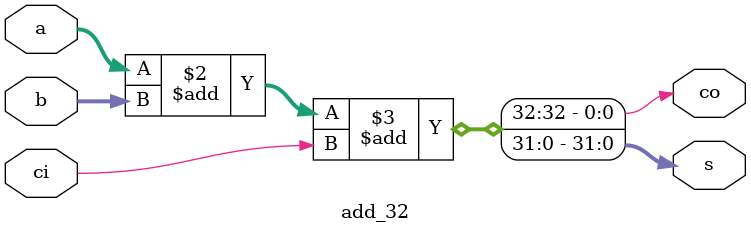
<source format=v>
module add_32 (
    a,
    b,
    s,
    ci,
    co
);

  input [31:0] a, b;
  input ci;
  output reg [31:0] s;
  output reg co;

  always @(a or b) begin
    {co, s} = a + b + ci;
  end

endmodule  //add_32

</source>
